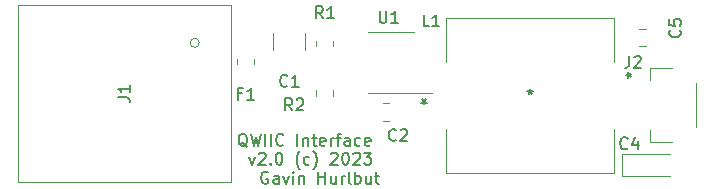
<source format=gbr>
%TF.GenerationSoftware,KiCad,Pcbnew,6.0.11-2627ca5db0~126~ubuntu22.04.1*%
%TF.CreationDate,2023-02-14T21:50:32-05:00*%
%TF.ProjectId,qwiic-interface,71776969-632d-4696-9e74-657266616365,2.0*%
%TF.SameCoordinates,Original*%
%TF.FileFunction,Legend,Top*%
%TF.FilePolarity,Positive*%
%FSLAX46Y46*%
G04 Gerber Fmt 4.6, Leading zero omitted, Abs format (unit mm)*
G04 Created by KiCad (PCBNEW 6.0.11-2627ca5db0~126~ubuntu22.04.1) date 2023-02-14 21:50:32*
%MOMM*%
%LPD*%
G01*
G04 APERTURE LIST*
%ADD10C,0.150000*%
%ADD11C,0.120000*%
G04 APERTURE END LIST*
D10*
X120042857Y-72547619D02*
X119947619Y-72500000D01*
X119852380Y-72404761D01*
X119709523Y-72261904D01*
X119614285Y-72214285D01*
X119519047Y-72214285D01*
X119566666Y-72452380D02*
X119471428Y-72404761D01*
X119376190Y-72309523D01*
X119328571Y-72119047D01*
X119328571Y-71785714D01*
X119376190Y-71595238D01*
X119471428Y-71500000D01*
X119566666Y-71452380D01*
X119757142Y-71452380D01*
X119852380Y-71500000D01*
X119947619Y-71595238D01*
X119995238Y-71785714D01*
X119995238Y-72119047D01*
X119947619Y-72309523D01*
X119852380Y-72404761D01*
X119757142Y-72452380D01*
X119566666Y-72452380D01*
X120328571Y-71452380D02*
X120566666Y-72452380D01*
X120757142Y-71738095D01*
X120947619Y-72452380D01*
X121185714Y-71452380D01*
X121566666Y-72452380D02*
X121566666Y-71452380D01*
X122042857Y-72452380D02*
X122042857Y-71452380D01*
X123090476Y-72357142D02*
X123042857Y-72404761D01*
X122900000Y-72452380D01*
X122804761Y-72452380D01*
X122661904Y-72404761D01*
X122566666Y-72309523D01*
X122519047Y-72214285D01*
X122471428Y-72023809D01*
X122471428Y-71880952D01*
X122519047Y-71690476D01*
X122566666Y-71595238D01*
X122661904Y-71500000D01*
X122804761Y-71452380D01*
X122900000Y-71452380D01*
X123042857Y-71500000D01*
X123090476Y-71547619D01*
X124280952Y-72452380D02*
X124280952Y-71452380D01*
X124757142Y-71785714D02*
X124757142Y-72452380D01*
X124757142Y-71880952D02*
X124804761Y-71833333D01*
X124900000Y-71785714D01*
X125042857Y-71785714D01*
X125138095Y-71833333D01*
X125185714Y-71928571D01*
X125185714Y-72452380D01*
X125519047Y-71785714D02*
X125900000Y-71785714D01*
X125661904Y-71452380D02*
X125661904Y-72309523D01*
X125709523Y-72404761D01*
X125804761Y-72452380D01*
X125900000Y-72452380D01*
X126614285Y-72404761D02*
X126519047Y-72452380D01*
X126328571Y-72452380D01*
X126233333Y-72404761D01*
X126185714Y-72309523D01*
X126185714Y-71928571D01*
X126233333Y-71833333D01*
X126328571Y-71785714D01*
X126519047Y-71785714D01*
X126614285Y-71833333D01*
X126661904Y-71928571D01*
X126661904Y-72023809D01*
X126185714Y-72119047D01*
X127090476Y-72452380D02*
X127090476Y-71785714D01*
X127090476Y-71976190D02*
X127138095Y-71880952D01*
X127185714Y-71833333D01*
X127280952Y-71785714D01*
X127376190Y-71785714D01*
X127566666Y-71785714D02*
X127947619Y-71785714D01*
X127709523Y-72452380D02*
X127709523Y-71595238D01*
X127757142Y-71500000D01*
X127852380Y-71452380D01*
X127947619Y-71452380D01*
X128709523Y-72452380D02*
X128709523Y-71928571D01*
X128661904Y-71833333D01*
X128566666Y-71785714D01*
X128376190Y-71785714D01*
X128280952Y-71833333D01*
X128709523Y-72404761D02*
X128614285Y-72452380D01*
X128376190Y-72452380D01*
X128280952Y-72404761D01*
X128233333Y-72309523D01*
X128233333Y-72214285D01*
X128280952Y-72119047D01*
X128376190Y-72071428D01*
X128614285Y-72071428D01*
X128709523Y-72023809D01*
X129614285Y-72404761D02*
X129519047Y-72452380D01*
X129328571Y-72452380D01*
X129233333Y-72404761D01*
X129185714Y-72357142D01*
X129138095Y-72261904D01*
X129138095Y-71976190D01*
X129185714Y-71880952D01*
X129233333Y-71833333D01*
X129328571Y-71785714D01*
X129519047Y-71785714D01*
X129614285Y-71833333D01*
X130423809Y-72404761D02*
X130328571Y-72452380D01*
X130138095Y-72452380D01*
X130042857Y-72404761D01*
X129995238Y-72309523D01*
X129995238Y-71928571D01*
X130042857Y-71833333D01*
X130138095Y-71785714D01*
X130328571Y-71785714D01*
X130423809Y-71833333D01*
X130471428Y-71928571D01*
X130471428Y-72023809D01*
X129995238Y-72119047D01*
X120209523Y-73380714D02*
X120447619Y-74047380D01*
X120685714Y-73380714D01*
X121019047Y-73142619D02*
X121066666Y-73095000D01*
X121161904Y-73047380D01*
X121400000Y-73047380D01*
X121495238Y-73095000D01*
X121542857Y-73142619D01*
X121590476Y-73237857D01*
X121590476Y-73333095D01*
X121542857Y-73475952D01*
X120971428Y-74047380D01*
X121590476Y-74047380D01*
X122019047Y-73952142D02*
X122066666Y-73999761D01*
X122019047Y-74047380D01*
X121971428Y-73999761D01*
X122019047Y-73952142D01*
X122019047Y-74047380D01*
X122685714Y-73047380D02*
X122780952Y-73047380D01*
X122876190Y-73095000D01*
X122923809Y-73142619D01*
X122971428Y-73237857D01*
X123019047Y-73428333D01*
X123019047Y-73666428D01*
X122971428Y-73856904D01*
X122923809Y-73952142D01*
X122876190Y-73999761D01*
X122780952Y-74047380D01*
X122685714Y-74047380D01*
X122590476Y-73999761D01*
X122542857Y-73952142D01*
X122495238Y-73856904D01*
X122447619Y-73666428D01*
X122447619Y-73428333D01*
X122495238Y-73237857D01*
X122542857Y-73142619D01*
X122590476Y-73095000D01*
X122685714Y-73047380D01*
X124495238Y-74428333D02*
X124447619Y-74380714D01*
X124352380Y-74237857D01*
X124304761Y-74142619D01*
X124257142Y-73999761D01*
X124209523Y-73761666D01*
X124209523Y-73571190D01*
X124257142Y-73333095D01*
X124304761Y-73190238D01*
X124352380Y-73095000D01*
X124447619Y-72952142D01*
X124495238Y-72904523D01*
X125304761Y-73999761D02*
X125209523Y-74047380D01*
X125019047Y-74047380D01*
X124923809Y-73999761D01*
X124876190Y-73952142D01*
X124828571Y-73856904D01*
X124828571Y-73571190D01*
X124876190Y-73475952D01*
X124923809Y-73428333D01*
X125019047Y-73380714D01*
X125209523Y-73380714D01*
X125304761Y-73428333D01*
X125638095Y-74428333D02*
X125685714Y-74380714D01*
X125780952Y-74237857D01*
X125828571Y-74142619D01*
X125876190Y-73999761D01*
X125923809Y-73761666D01*
X125923809Y-73571190D01*
X125876190Y-73333095D01*
X125828571Y-73190238D01*
X125780952Y-73095000D01*
X125685714Y-72952142D01*
X125638095Y-72904523D01*
X127114285Y-73142619D02*
X127161904Y-73095000D01*
X127257142Y-73047380D01*
X127495238Y-73047380D01*
X127590476Y-73095000D01*
X127638095Y-73142619D01*
X127685714Y-73237857D01*
X127685714Y-73333095D01*
X127638095Y-73475952D01*
X127066666Y-74047380D01*
X127685714Y-74047380D01*
X128304761Y-73047380D02*
X128400000Y-73047380D01*
X128495238Y-73095000D01*
X128542857Y-73142619D01*
X128590476Y-73237857D01*
X128638095Y-73428333D01*
X128638095Y-73666428D01*
X128590476Y-73856904D01*
X128542857Y-73952142D01*
X128495238Y-73999761D01*
X128400000Y-74047380D01*
X128304761Y-74047380D01*
X128209523Y-73999761D01*
X128161904Y-73952142D01*
X128114285Y-73856904D01*
X128066666Y-73666428D01*
X128066666Y-73428333D01*
X128114285Y-73237857D01*
X128161904Y-73142619D01*
X128209523Y-73095000D01*
X128304761Y-73047380D01*
X129019047Y-73142619D02*
X129066666Y-73095000D01*
X129161904Y-73047380D01*
X129400000Y-73047380D01*
X129495238Y-73095000D01*
X129542857Y-73142619D01*
X129590476Y-73237857D01*
X129590476Y-73333095D01*
X129542857Y-73475952D01*
X128971428Y-74047380D01*
X129590476Y-74047380D01*
X129923809Y-73047380D02*
X130542857Y-73047380D01*
X130209523Y-73428333D01*
X130352380Y-73428333D01*
X130447619Y-73475952D01*
X130495238Y-73523571D01*
X130542857Y-73618809D01*
X130542857Y-73856904D01*
X130495238Y-73952142D01*
X130447619Y-73999761D01*
X130352380Y-74047380D01*
X130066666Y-74047380D01*
X129971428Y-73999761D01*
X129923809Y-73952142D01*
X121780952Y-74705000D02*
X121685714Y-74657380D01*
X121542857Y-74657380D01*
X121400000Y-74705000D01*
X121304761Y-74800238D01*
X121257142Y-74895476D01*
X121209523Y-75085952D01*
X121209523Y-75228809D01*
X121257142Y-75419285D01*
X121304761Y-75514523D01*
X121400000Y-75609761D01*
X121542857Y-75657380D01*
X121638095Y-75657380D01*
X121780952Y-75609761D01*
X121828571Y-75562142D01*
X121828571Y-75228809D01*
X121638095Y-75228809D01*
X122685714Y-75657380D02*
X122685714Y-75133571D01*
X122638095Y-75038333D01*
X122542857Y-74990714D01*
X122352380Y-74990714D01*
X122257142Y-75038333D01*
X122685714Y-75609761D02*
X122590476Y-75657380D01*
X122352380Y-75657380D01*
X122257142Y-75609761D01*
X122209523Y-75514523D01*
X122209523Y-75419285D01*
X122257142Y-75324047D01*
X122352380Y-75276428D01*
X122590476Y-75276428D01*
X122685714Y-75228809D01*
X123066666Y-74990714D02*
X123304761Y-75657380D01*
X123542857Y-74990714D01*
X123923809Y-75657380D02*
X123923809Y-74990714D01*
X123923809Y-74657380D02*
X123876190Y-74705000D01*
X123923809Y-74752619D01*
X123971428Y-74705000D01*
X123923809Y-74657380D01*
X123923809Y-74752619D01*
X124400000Y-74990714D02*
X124400000Y-75657380D01*
X124400000Y-75085952D02*
X124447619Y-75038333D01*
X124542857Y-74990714D01*
X124685714Y-74990714D01*
X124780952Y-75038333D01*
X124828571Y-75133571D01*
X124828571Y-75657380D01*
X126066666Y-75657380D02*
X126066666Y-74657380D01*
X126066666Y-75133571D02*
X126638095Y-75133571D01*
X126638095Y-75657380D02*
X126638095Y-74657380D01*
X127542857Y-74990714D02*
X127542857Y-75657380D01*
X127114285Y-74990714D02*
X127114285Y-75514523D01*
X127161904Y-75609761D01*
X127257142Y-75657380D01*
X127400000Y-75657380D01*
X127495238Y-75609761D01*
X127542857Y-75562142D01*
X128019047Y-75657380D02*
X128019047Y-74990714D01*
X128019047Y-75181190D02*
X128066666Y-75085952D01*
X128114285Y-75038333D01*
X128209523Y-74990714D01*
X128304761Y-74990714D01*
X128780952Y-75657380D02*
X128685714Y-75609761D01*
X128638095Y-75514523D01*
X128638095Y-74657380D01*
X129161904Y-75657380D02*
X129161904Y-74657380D01*
X129161904Y-75038333D02*
X129257142Y-74990714D01*
X129447619Y-74990714D01*
X129542857Y-75038333D01*
X129590476Y-75085952D01*
X129638095Y-75181190D01*
X129638095Y-75466904D01*
X129590476Y-75562142D01*
X129542857Y-75609761D01*
X129447619Y-75657380D01*
X129257142Y-75657380D01*
X129161904Y-75609761D01*
X130495238Y-74990714D02*
X130495238Y-75657380D01*
X130066666Y-74990714D02*
X130066666Y-75514523D01*
X130114285Y-75609761D01*
X130209523Y-75657380D01*
X130352380Y-75657380D01*
X130447619Y-75609761D01*
X130495238Y-75562142D01*
X130828571Y-74990714D02*
X131209523Y-74990714D01*
X130971428Y-74657380D02*
X130971428Y-75514523D01*
X131019047Y-75609761D01*
X131114285Y-75657380D01*
X131209523Y-75657380D01*
%TO.C,L1*%
X135433333Y-62352380D02*
X134957142Y-62352380D01*
X134957142Y-61352380D01*
X136290476Y-62352380D02*
X135719047Y-62352380D01*
X136004761Y-62352380D02*
X136004761Y-61352380D01*
X135909523Y-61495238D01*
X135814285Y-61590476D01*
X135719047Y-61638095D01*
X144000000Y-67652380D02*
X144000000Y-67890476D01*
X143761904Y-67795238D02*
X144000000Y-67890476D01*
X144238095Y-67795238D01*
X143857142Y-68080952D02*
X144000000Y-67890476D01*
X144142857Y-68080952D01*
%TO.C,F1*%
X119566666Y-68028571D02*
X119233333Y-68028571D01*
X119233333Y-68552380D02*
X119233333Y-67552380D01*
X119709523Y-67552380D01*
X120614285Y-68552380D02*
X120042857Y-68552380D01*
X120328571Y-68552380D02*
X120328571Y-67552380D01*
X120233333Y-67695238D01*
X120138095Y-67790476D01*
X120042857Y-67838095D01*
%TO.C,C5*%
X156657142Y-62666666D02*
X156704761Y-62714285D01*
X156752380Y-62857142D01*
X156752380Y-62952380D01*
X156704761Y-63095238D01*
X156609523Y-63190476D01*
X156514285Y-63238095D01*
X156323809Y-63285714D01*
X156180952Y-63285714D01*
X155990476Y-63238095D01*
X155895238Y-63190476D01*
X155800000Y-63095238D01*
X155752380Y-62952380D01*
X155752380Y-62857142D01*
X155800000Y-62714285D01*
X155847619Y-62666666D01*
X155752380Y-61761904D02*
X155752380Y-62238095D01*
X156228571Y-62285714D01*
X156180952Y-62238095D01*
X156133333Y-62142857D01*
X156133333Y-61904761D01*
X156180952Y-61809523D01*
X156228571Y-61761904D01*
X156323809Y-61714285D01*
X156561904Y-61714285D01*
X156657142Y-61761904D01*
X156704761Y-61809523D01*
X156752380Y-61904761D01*
X156752380Y-62142857D01*
X156704761Y-62238095D01*
X156657142Y-62285714D01*
%TO.C,U1*%
X131238095Y-61052380D02*
X131238095Y-61861904D01*
X131285714Y-61957142D01*
X131333333Y-62004761D01*
X131428571Y-62052380D01*
X131619047Y-62052380D01*
X131714285Y-62004761D01*
X131761904Y-61957142D01*
X131809523Y-61861904D01*
X131809523Y-61052380D01*
X132809523Y-62052380D02*
X132238095Y-62052380D01*
X132523809Y-62052380D02*
X132523809Y-61052380D01*
X132428571Y-61195238D01*
X132333333Y-61290476D01*
X132238095Y-61338095D01*
X135000000Y-68947619D02*
X135000000Y-68709523D01*
X135238095Y-68804761D02*
X135000000Y-68709523D01*
X134761904Y-68804761D01*
X135142857Y-68519047D02*
X135000000Y-68709523D01*
X134857142Y-68519047D01*
%TO.C,J1*%
X109082180Y-68343333D02*
X109796466Y-68343333D01*
X109939323Y-68390952D01*
X110034561Y-68486190D01*
X110082180Y-68629047D01*
X110082180Y-68724285D01*
X110082180Y-67343333D02*
X110082180Y-67914761D01*
X110082180Y-67629047D02*
X109082180Y-67629047D01*
X109225038Y-67724285D01*
X109320276Y-67819523D01*
X109367895Y-67914761D01*
%TO.C,R2*%
X123833333Y-69452380D02*
X123500000Y-68976190D01*
X123261904Y-69452380D02*
X123261904Y-68452380D01*
X123642857Y-68452380D01*
X123738095Y-68500000D01*
X123785714Y-68547619D01*
X123833333Y-68642857D01*
X123833333Y-68785714D01*
X123785714Y-68880952D01*
X123738095Y-68928571D01*
X123642857Y-68976190D01*
X123261904Y-68976190D01*
X124214285Y-68547619D02*
X124261904Y-68500000D01*
X124357142Y-68452380D01*
X124595238Y-68452380D01*
X124690476Y-68500000D01*
X124738095Y-68547619D01*
X124785714Y-68642857D01*
X124785714Y-68738095D01*
X124738095Y-68880952D01*
X124166666Y-69452380D01*
X124785714Y-69452380D01*
%TO.C,R1*%
X126433333Y-61652380D02*
X126100000Y-61176190D01*
X125861904Y-61652380D02*
X125861904Y-60652380D01*
X126242857Y-60652380D01*
X126338095Y-60700000D01*
X126385714Y-60747619D01*
X126433333Y-60842857D01*
X126433333Y-60985714D01*
X126385714Y-61080952D01*
X126338095Y-61128571D01*
X126242857Y-61176190D01*
X125861904Y-61176190D01*
X127385714Y-61652380D02*
X126814285Y-61652380D01*
X127100000Y-61652380D02*
X127100000Y-60652380D01*
X127004761Y-60795238D01*
X126909523Y-60890476D01*
X126814285Y-60938095D01*
%TO.C,C1*%
X123433333Y-67357142D02*
X123385714Y-67404761D01*
X123242857Y-67452380D01*
X123147619Y-67452380D01*
X123004761Y-67404761D01*
X122909523Y-67309523D01*
X122861904Y-67214285D01*
X122814285Y-67023809D01*
X122814285Y-66880952D01*
X122861904Y-66690476D01*
X122909523Y-66595238D01*
X123004761Y-66500000D01*
X123147619Y-66452380D01*
X123242857Y-66452380D01*
X123385714Y-66500000D01*
X123433333Y-66547619D01*
X124385714Y-67452380D02*
X123814285Y-67452380D01*
X124100000Y-67452380D02*
X124100000Y-66452380D01*
X124004761Y-66595238D01*
X123909523Y-66690476D01*
X123814285Y-66738095D01*
%TO.C,C2*%
X132633333Y-71957142D02*
X132585714Y-72004761D01*
X132442857Y-72052380D01*
X132347619Y-72052380D01*
X132204761Y-72004761D01*
X132109523Y-71909523D01*
X132061904Y-71814285D01*
X132014285Y-71623809D01*
X132014285Y-71480952D01*
X132061904Y-71290476D01*
X132109523Y-71195238D01*
X132204761Y-71100000D01*
X132347619Y-71052380D01*
X132442857Y-71052380D01*
X132585714Y-71100000D01*
X132633333Y-71147619D01*
X133014285Y-71147619D02*
X133061904Y-71100000D01*
X133157142Y-71052380D01*
X133395238Y-71052380D01*
X133490476Y-71100000D01*
X133538095Y-71147619D01*
X133585714Y-71242857D01*
X133585714Y-71338095D01*
X133538095Y-71480952D01*
X132966666Y-72052380D01*
X133585714Y-72052380D01*
%TO.C,J2*%
X152366666Y-64852380D02*
X152366666Y-65566666D01*
X152319047Y-65709523D01*
X152223809Y-65804761D01*
X152080952Y-65852380D01*
X151985714Y-65852380D01*
X152795238Y-64947619D02*
X152842857Y-64900000D01*
X152938095Y-64852380D01*
X153176190Y-64852380D01*
X153271428Y-64900000D01*
X153319047Y-64947619D01*
X153366666Y-65042857D01*
X153366666Y-65138095D01*
X153319047Y-65280952D01*
X152747619Y-65852380D01*
X153366666Y-65852380D01*
X152119981Y-66485401D02*
X152358077Y-66485401D01*
X152262839Y-66723496D02*
X152358077Y-66485401D01*
X152262839Y-66247305D01*
X152548553Y-66628258D02*
X152358077Y-66485401D01*
X152548553Y-66342543D01*
%TO.C,C4*%
X152233333Y-72657142D02*
X152185714Y-72704761D01*
X152042857Y-72752380D01*
X151947619Y-72752380D01*
X151804761Y-72704761D01*
X151709523Y-72609523D01*
X151661904Y-72514285D01*
X151614285Y-72323809D01*
X151614285Y-72180952D01*
X151661904Y-71990476D01*
X151709523Y-71895238D01*
X151804761Y-71800000D01*
X151947619Y-71752380D01*
X152042857Y-71752380D01*
X152185714Y-71800000D01*
X152233333Y-71847619D01*
X153090476Y-72085714D02*
X153090476Y-72752380D01*
X152852380Y-71704761D02*
X152614285Y-72419047D01*
X153233333Y-72419047D01*
D11*
%TO.C,L1*%
X151124700Y-74727800D02*
X151124700Y-71009450D01*
X151124700Y-61672200D02*
X136875300Y-61672200D01*
X136875300Y-61672200D02*
X136875300Y-65390550D01*
X136875300Y-74727800D02*
X151124700Y-74727800D01*
X136875300Y-71009450D02*
X136875300Y-74727800D01*
X151124700Y-65390550D02*
X151124700Y-61672200D01*
%TO.C,F1*%
X120635000Y-65072936D02*
X120635000Y-65527064D01*
X119165000Y-65072936D02*
X119165000Y-65527064D01*
%TO.C,C5*%
X153238748Y-64035000D02*
X153761252Y-64035000D01*
X153238748Y-62565000D02*
X153761252Y-62565000D01*
%TO.C,U1*%
X132200000Y-62840000D02*
X130250000Y-62840000D01*
X132200000Y-67960000D02*
X130250000Y-67960000D01*
X132200000Y-62840000D02*
X134150000Y-62840000D01*
X132200000Y-67960000D02*
X135650000Y-67960000D01*
%TO.C,J1*%
X100600100Y-73212450D02*
X100600100Y-75515700D01*
X100600100Y-75515700D02*
X110342673Y-75515700D01*
X110342673Y-60504300D02*
X100600100Y-60504300D01*
X100600100Y-65632450D02*
X100600100Y-70387550D01*
X118659500Y-60504300D02*
X110342673Y-60504300D01*
X118659500Y-75515700D02*
X118659500Y-60504300D01*
X100600100Y-60504300D02*
X100600100Y-73212450D01*
X110342673Y-75515700D02*
X118659500Y-75515700D01*
X115968800Y-63740001D02*
G75*
G03*
X115968800Y-63740001I-381000J0D01*
G01*
%TO.C,R2*%
X127335000Y-67772936D02*
X127335000Y-68227064D01*
X125865000Y-67772936D02*
X125865000Y-68227064D01*
%TO.C,R1*%
X127335000Y-63572936D02*
X127335000Y-64027064D01*
X125865000Y-63572936D02*
X125865000Y-64027064D01*
%TO.C,C1*%
X122240000Y-62926248D02*
X122240000Y-64348752D01*
X124960000Y-62926248D02*
X124960000Y-64348752D01*
%TO.C,C2*%
X131538748Y-68865000D02*
X132061252Y-68865000D01*
X131538748Y-70335000D02*
X132061252Y-70335000D01*
%TO.C,J2*%
X154166201Y-72124201D02*
X155965560Y-72124201D01*
X158027001Y-70870360D02*
X158027001Y-67129642D01*
X154166201Y-65875801D02*
X154166201Y-66862461D01*
X155965560Y-65875801D02*
X154166201Y-65875801D01*
X154166201Y-71137541D02*
X154166201Y-72124201D01*
%TO.C,C4*%
X155862500Y-73165000D02*
X151777500Y-73165000D01*
X151777500Y-75035000D02*
X155862500Y-75035000D01*
X151777500Y-73165000D02*
X151777500Y-75035000D01*
%TD*%
M02*

</source>
